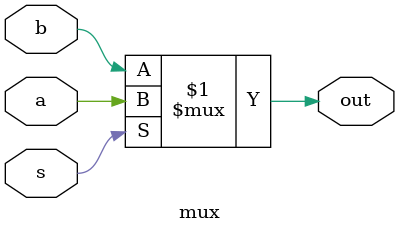
<source format=v>
module mux(output [size:1] out, input s, input [size:1] a, b);
    parameter size = 1;
    assign out = s ? a : b;
endmodule
</source>
